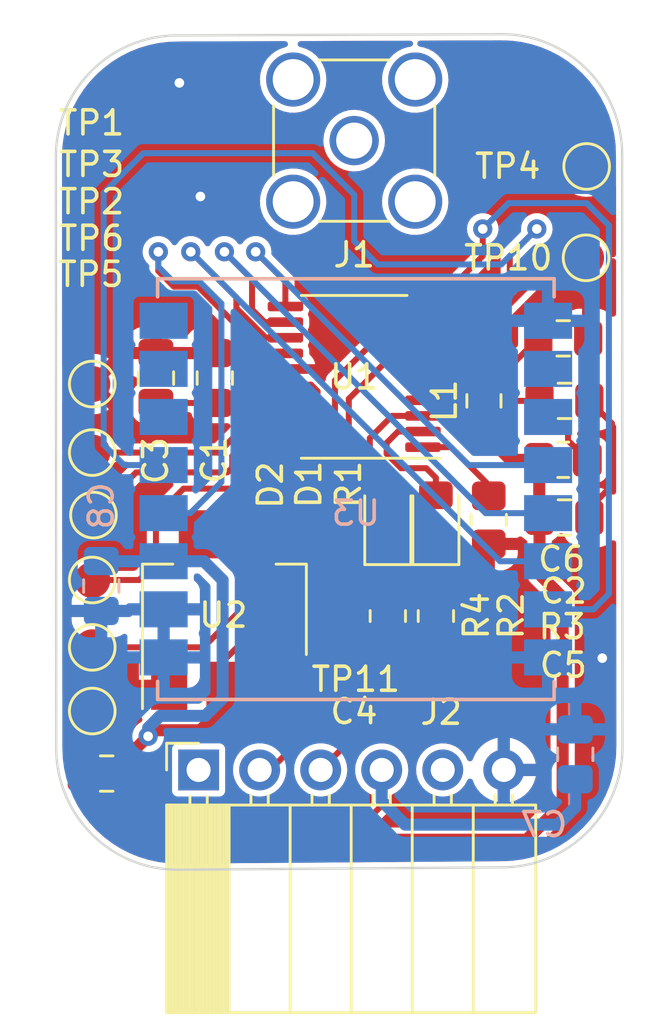
<source format=kicad_pcb>
(kicad_pcb (version 20211014) (generator pcbnew)
  (layers (0 "F.Cu" signal) (31 "B.Cu" signal) (34 "B.Paste" user) (35 "F.Paste" user) (36 "B.SilkS" user "B.Silkscreen") (37 "F.SilkS" user "F.Silkscreen") (38 "B.Mask" user) (39 "F.Mask" user) (44 "Edge.Cuts" user))
  (net 0 "")
  (net 1 "GND")
  (net 2 "5V")
  (net 3 "+3V3")
  (net 4 "Net-(D1-Pad1)")
  (net 5 "RESET")
  (net 6 "LED_RED")
  (net 7 "Net-(D2-Pad1)")
  (net 8 "LED_BLUE")
  (net 10 "BOOT0")
  (net 11 "A0")
  (net 13 "UART_TX")
  (net 14 "UART_RX")
  (net 15 "LORA_NCS")
  (net 16 "LORA_SCK")
  (net 17 "LORA_CIPO")
  (net 18 "LORA_COPI")
  (net 19 "LORA_RST")
  (net 20 "SWDIO")
  (net 21 "SWCLK")
  (net 22 "I2C_SCL")
  (net 23 "I2C_SDA")
  (net 29 "/VDDA")
  (net 30 "LORA_INT")
  (footprint "Capacitor_SMD:C_0805_2012Metric_Pad1.18x1.45mm_HandSolder" (layer "F.Cu") (at 95.95 36.95 90)
    (fp_text reference "C3" (at -3.436 -0.0142 90) (layer "F.SilkS"))
    (fp_text value "C104")
    (fp_line (start -0.261252 -0.735) (end 0.261252 -0.735) (layer "F.SilkS") (width 0.12))
    (fp_line (start -0.261252 0.735) (end 0.261252 0.735) (layer "F.SilkS") (width 0.12))
    (pad "1" smd roundrect (at -1.0375 0 90) (size 1.175 1.45) (layers "F.Cu" "F.Paste" "F.Mask") (roundrect_rratio 0.2127659574) (net 3 "+3V3"))
    (pad "2" smd roundrect (at 1.0375 0 90) (size 1.175 1.45) (layers "F.Cu" "F.Paste" "F.Mask") (roundrect_rratio 0.2127659574) (net 1 "GND"))
  )
  (footprint "Capacitor_SMD:C_0805_2012Metric_Pad1.18x1.45mm_HandSolder" (layer "F.Cu") (at 98.4 36.95 90)
    (fp_text reference "C1" (at -3.4106 -0.0258 90) (layer "F.SilkS"))
    (fp_text value "C104")
    (fp_line (start -0.261252 0.735) (end 0.261252 0.735) (layer "F.SilkS") (width 0.12))
    (fp_line (start -0.261252 -0.735) (end 0.261252 -0.735) (layer "F.SilkS") (width 0.12))
    (pad "1" smd roundrect (at -1.0375 0 90) (size 1.175 1.45) (layers "F.Cu" "F.Paste" "F.Mask") (roundrect_rratio 0.2127659574) (net 3 "+3V3"))
    (pad "2" smd roundrect (at 1.0375 0 90) (size 1.175 1.45) (layers "F.Cu" "F.Paste" "F.Mask") (roundrect_rratio 0.2127659574) (net 1 "GND"))
  )
  (footprint "Package_TO_SOT_SMD:SOT-223-3_TabPin2" (layer "F.Cu") (at 98.8 46.6 90)
    (fp_text reference "U2" (at -0.2122 -0.0448 180) (layer "F.SilkS"))
    (fp_text value "AMS1117-3.3")
    (fp_line (start -1.85 3.41) (end 1.91 3.41) (layer "F.SilkS") (width 0.12))
    (fp_line (start -4.1 -3.41) (end 1.91 -3.41) (layer "F.SilkS") (width 0.12))
    (fp_line (start 1.91 3.41) (end 1.91 2.15) (layer "F.SilkS") (width 0.12))
    (fp_line (start 1.91 -3.41) (end 1.91 -2.15) (layer "F.SilkS") (width 0.12))
    (pad "1" smd rect (at -3.15 -2.3 90) (size 2 1.5) (layers "F.Cu" "F.Paste" "F.Mask") (net 1 "GND"))
    (pad "2" smd rect (at 3.15 0 90) (size 2 3.8) (layers "F.Cu" "F.Paste" "F.Mask") (net 3 "+3V3"))
    (pad "2" smd rect (at -3.15 0 90) (size 2 1.5) (layers "F.Cu" "F.Paste" "F.Mask") (net 3 "+3V3"))
    (pad "3" smd rect (at -3.15 2.3 90) (size 2 1.5) (layers "F.Cu" "F.Paste" "F.Mask") (net 2 "5V"))
  )
  (footprint "Connector_PinSocket_2.54mm:PinSocket_1x06_P2.54mm_Horizontal" (layer "F.Cu") (at 97.725 53.25 90)
    (fp_text reference "J2" (at 2.3992 10.098 180) (layer "F.SilkS"))
    (fp_text value "Conn_UART")
    (fp_line (start -1.46 4.72) (end -1.05 4.72) (layer "F.SilkS") (width 0.12))
    (fp_line (start -10.09 -0.50143) (end -1.46 -0.50143) (layer "F.SilkS") (width 0.12))
    (fp_line (start -10.09 8.89) (end -1.46 8.89) (layer "F.SilkS") (width 0.12))
    (fp_line (start -10.09 11.43) (end -1.46 11.43) (layer "F.SilkS") (width 0.12))
    (fp_line (start -1.46 7.98) (end -1.05 7.98) (layer "F.SilkS") (width 0.12))
    (fp_line (start -10.09 0.91571) (end -1.46 0.91571) (layer "F.SilkS") (width 0.12))
    (fp_line (start -10.09 -0.147145) (end -1.46 -0.147145) (layer "F.SilkS") (width 0.12))
    (fp_line (start -10.09 0.797615) (end -1.46 0.797615) (layer "F.SilkS") (width 0.12))
    (fp_line (start -10.09 -1.33) (end -1.46 -1.33) (layer "F.SilkS") (width 0.12))
    (fp_line (start -1.46 2.18) (end -1.05 2.18) (layer "F.SilkS") (width 0.12))
    (fp_line (start -10.09 0.44333) (end -1.46 0.44333) (layer "F.SilkS") (width 0.12))
    (fp_line (start -10.09 0.67952) (end -1.46 0.67952) (layer "F.SilkS") (width 0.12))
    (fp_line (start -1.46 0.36) (end -1.11 0.36) (layer "F.SilkS") (width 0.12))
    (fp_line (start -10.09 3.81) (end -1.46 3.81) (layer "F.SilkS") (width 0.12))
    (fp_line (start -1.46 9.8) (end -1.05 9.8) (layer "F.SilkS") (width 0.12))
    (fp_line (start -10.09 -0.383335) (end -1.46 -0.383335) (layer "F.SilkS") (width 0.12))
    (fp_line (start -10.09 -0.02905) (end -1.46 -0.02905) (layer "F.SilkS") (width 0.12))
    (fp_line (start -1.46 13.06) (end -1.05 13.06) (layer "F.SilkS") (width 0.12))
    (fp_line (start -10.09 -1.33) (end -10.09 14.03) (layer "F.SilkS") (width 0.12))
    (fp_line (start -10.09 1.27) (end -1.46 1.27) (layer "F.SilkS") (width 0.12))
    (fp_line (start -10.09 1.033805) (end -1.46 1.033805) (layer "F.SilkS") (width 0.12))
    (fp_line (start -10.09 0.325235) (end -1.46 0.325235) (layer "F.SilkS") (width 0.12))
    (fp_line (start -1.46 10.52) (end -1.05 10.52) (layer "F.SilkS") (width 0.12))
    (fp_line (start 0 -1.33) (end 1.11 -1.33) (layer "F.SilkS") (width 0.12))
    (fp_line (start -10.09 1.1519) (end -1.46 1.1519) (layer "F.SilkS") (width 0.12))
    (fp_line (start -10.09 -0.97381) (end -1.46 -0.97381) (layer "F.SilkS") (width 0.12))
    (fp_line (start -1.46 -1.33) (end -1.46 14.03) (layer "F.SilkS") (width 0.12))
    (fp_line (start -1.46 2.9) (end -1.05 2.9) (layer "F.SilkS") (width 0.12))
    (fp_line (start -1.46 -0.36) (end -1.11 -0.36) (layer "F.SilkS") (width 0.12))
    (fp_line (start -1.46 12.34) (end -1.05 12.34) (layer "F.SilkS") (width 0.12))
    (fp_line (start -10.09 14.03) (end -1.46 14.03) (layer "F.SilkS") (width 0.12))
    (fp_line (start 1.11 -1.33) (end 1.11 0) (layer "F.SilkS") (width 0.12))
    (fp_line (start -10.09 0.561425) (end -1.46 0.561425) (layer "F.SilkS") (width 0.12))
    (fp_line (start -10.09 -0.855715) (end -1.46 -0.855715) (layer "F.SilkS") (width 0.12))
    (fp_line (start -1.46 5.44) (end -1.05 5.44) (layer "F.SilkS") (width 0.12))
    (fp_line (start -10.09 -0.26524) (end -1.46 -0.26524) (layer "F.SilkS") (width 0.12))
    (fp_line (start -10.09 0.089045) (end -1.46 0.089045) (layer "F.SilkS") (width 0.12))
    (fp_line (start -10.09 -1.091905) (end -1.46 -1.091905) (layer "F.SilkS") (width 0.12))
    (fp_line (start -10.09 6.35) (end -1.46 6.35) (layer "F.SilkS") (width 0.12))
    (fp_line (start -10.09 0.20714) (end -1.46 0.20714) (layer "F.SilkS") (width 0.12))
    (fp_line (start -10.09 -0.73762) (end -1.46 -0.73762) (layer "F.SilkS") (width 0.12))
    (fp_line (start -1.46 7.26) (end -1.05 7.26) (layer "F.SilkS") (width 0.12))
    (fp_line (start -10.09 -1.21) (end -1.46 -1.21) (layer "F.SilkS") (width 0.12))
    (fp_line (start -10.09 -0.619525) (end -1.46 -0.619525) (layer "F.SilkS") (width 0.12))
    (pad "1" thru_hole rect (at 0 0 90) (size 1.7 1.7) (drill 1) (layers *.Cu *.Mask))
    (pad "2" thru_hole oval (at 0 2.54 90) (size 1.7 1.7) (drill 1) (layers *.Cu *.Mask) (net 14 "UART_RX"))
    (pad "3" thru_hole oval (at 0 5.08 90) (size 1.7 1.7) (drill 1) (layers *.Cu *.Mask) (net 13 "UART_TX"))
    (pad "4" thru_hole oval (at 0 7.62 90) (size 1.7 1.7) (drill 1) (layers *.Cu *.Mask) (net 2 "5V"))
    (pad "5" thru_hole oval (at 0 10.16 90) (size 1.7 1.7) (drill 1) (layers *.Cu *.Mask))
    (pad "6" thru_hole oval (at 0 12.7 90) (size 1.7 1.7) (drill 1) (layers *.Cu *.Mask) (net 1 "GND"))
  )
  (footprint "Capacitor_SMD:C_0805_2012Metric_Pad1.18x1.45mm_HandSolder" (layer "F.Cu") (at 112.95 42.75)
    (fp_text reference "C5" (at -0.047 6.145) (layer "F.SilkS"))
    (fp_text value "2u2")
    (fp_line (start -0.261252 -0.735) (end 0.261252 -0.735) (layer "F.SilkS") (width 0.12))
    (fp_line (start -0.261252 0.735) (end 0.261252 0.735) (layer "F.SilkS") (width 0.12))
    (pad "1" smd roundrect (at -1.0375 0) (size 1.175 1.45) (layers "F.Cu" "F.Paste" "F.Mask") (roundrect_rratio 0.2127659574) (net 3 "+3V3"))
    (pad "2" smd roundrect (at 1.0375 0) (size 1.175 1.45) (layers "F.Cu" "F.Paste" "F.Mask") (roundrect_rratio 0.2127659574) (net 1 "GND"))
  )
  (footprint "TestPoint:TestPoint_Pad_D1.5mm" (layer "F.Cu") (at 93.35 42.65)
    (fp_text reference "TP2" (at -0.0812 -13.0336) (layer "F.SilkS"))
    (fp_text value "TP_SDA")
    (fp_circle (center 0 0) (end 0 0.95) (layer "F.SilkS") (width 0.12) (fill none))
    (pad "1" smd circle (at 0 0) (size 1.5 1.5) (layers "F.Cu" "F.Mask") (net 23 "I2C_SDA"))
  )
  (footprint "LED_SMD:LED_0805_2012Metric_Pad1.15x1.40mm_HandSolder" (layer "F.Cu") (at 107.6 42.85 90)
    (fp_text reference "D1" (at 1.4734 -5.2888 90) (layer "F.SilkS"))
    (fp_text value "LED_RED")
    (fp_line (start 1 -0.96) (end -1.86 -0.96) (layer "F.SilkS") (width 0.12))
    (fp_line (start -1.86 -0.96) (end -1.86 0.96) (layer "F.SilkS") (width 0.12))
    (fp_line (start -1.86 0.96) (end 1 0.96) (layer "F.SilkS") (width 0.12))
    (pad "1" smd roundrect (at -1.025 0 90) (size 1.15 1.4) (layers "F.Cu" "F.Paste" "F.Mask") (roundrect_rratio 0.2173913043) (net 4 "Net-(D1-Pad1)"))
    (pad "2" smd roundrect (at 1.025 0 90) (size 1.15 1.4) (layers "F.Cu" "F.Paste" "F.Mask") (roundrect_rratio 0.2173913043) (net 6 "LED_RED"))
  )
  (footprint "Capacitor_SMD:C_0805_2012Metric_Pad1.18x1.45mm_HandSolder" (layer "F.Cu") (at 112.95 37.9)
    (fp_text reference "C2" (at -0.042624 7.911826) (layer "F.SilkS"))
    (fp_text value "C104")
    (fp_line (start -0.261252 0.735) (end 0.261252 0.735) (layer "F.SilkS") (width 0.12))
    (fp_line (start -0.261252 -0.735) (end 0.261252 -0.735) (layer "F.SilkS") (width 0.12))
    (pad "1" smd roundrect (at -1.0375 0) (size 1.175 1.45) (layers "F.Cu" "F.Paste" "F.Mask") (roundrect_rratio 0.2127659574) (net 5 "RESET"))
    (pad "2" smd roundrect (at 1.0375 0) (size 1.175 1.45) (layers "F.Cu" "F.Paste" "F.Mask") (roundrect_rratio 0.2127659574) (net 1 "GND"))
  )
  (footprint "Capacitor_SMD:C_0805_2012Metric_Pad1.18x1.45mm_HandSolder" (layer "F.Cu") (at 112.9 35.3)
    (fp_text reference "C6" (at -0.065024 9.186074) (layer "F.SilkS"))
    (fp_text value "2u2")
    (fp_line (start -0.261252 -0.735) (end 0.261252 -0.735) (layer "F.SilkS") (width 0.12))
    (fp_line (start -0.261252 0.735) (end 0.261252 0.735) (layer "F.SilkS") (width 0.12))
    (pad "1" smd roundrect (at -1.0375 0) (size 1.175 1.45) (layers "F.Cu" "F.Paste" "F.Mask") (roundrect_rratio 0.2127659574) (net 29 "/VDDA"))
    (pad "2" smd roundrect (at 1.0375 0) (size 1.175 1.45) (layers "F.Cu" "F.Paste" "F.Mask") (roundrect_rratio 0.2127659574) (net 1 "GND"))
  )
  (footprint "Package_SO:TSSOP-20_4.4x6.5mm_P0.65mm" (layer "F.Cu") (at 104.2 36.9 180)
    (fp_text reference "U1" (at 0 -0.0062) (layer "F.SilkS"))
    (fp_text value "STM32F030F4Px")
    (fp_line (start 0 3.385) (end -2.2 3.385) (layer "F.SilkS") (width 0.12))
    (fp_line (start 0 -3.385) (end 2.2 -3.385) (layer "F.SilkS") (width 0.12))
    (fp_line (start 0 -3.385) (end -3.6 -3.385) (layer "F.SilkS") (width 0.12))
    (fp_line (start 0 3.385) (end 2.2 3.385) (layer "F.SilkS") (width 0.12))
    (pad "1" smd roundrect (at -2.8625 -2.925 180) (size 1.475 0.4) (layers "F.Cu" "F.Paste" "F.Mask") (net 10 "BOOT0"))
    (pad "2" smd roundrect (at -2.8625 -2.275 180) (size 1.475 0.4) (layers "F.Cu" "F.Paste" "F.Mask") (net 6 "LED_RED"))
    (pad "3" smd roundrect (at -2.8625 -1.625 180) (size 1.475 0.4) (layers "F.Cu" "F.Paste" "F.Mask") (net 8 "LED_BLUE"))
    (pad "4" smd roundrect (at -2.8625 -0.975 180) (size 1.475 0.4) (layers "F.Cu" "F.Paste" "F.Mask") (net 5 "RESET"))
    (pad "5" smd roundrect (at -2.8625 -0.325 180) (size 1.475 0.4) (layers "F.Cu" "F.Paste" "F.Mask") (net 29 "/VDDA"))
    (pad "6" smd roundrect (at -2.8625 0.325 180) (size 1.475 0.4) (layers "F.Cu" "F.Paste" "F.Mask") (net 11 "A0"))
    (pad "7" smd roundrect (at -2.8625 0.975 180) (size 1.475 0.4) (layers "F.Cu" "F.Paste" "F.Mask") (net 30 "LORA_INT"))
    (pad "8" smd roundrect (at -2.8625 1.625 180) (size 1.475 0.4) (layers "F.Cu" "F.Paste" "F.Mask") (net 13 "UART_TX"))
    (pad "9" smd roundrect (at -2.8625 2.275 180) (size 1.475 0.4) (layers "F.Cu" "F.Paste" "F.Mask") (net 14 "UART_RX"))
    (pad "10" smd roundrect (at -2.8625 2.925 180) (size 1.475 0.4) (layers "F.Cu" "F.Paste" "F.Mask") (net 15 "LORA_NCS"))
    (pad "11" smd roundrect (at 2.8625 2.925 180) (size 1.475 0.4) (layers "F.Cu" "F.Paste" "F.Mask") (net 16 "LORA_SCK"))
    (pad "12" smd roundrect (at 2.8625 2.275 180) (size 1.475 0.4) (layers "F.Cu" "F.Paste" "F.Mask") (net 17 "LORA_CIPO"))
    (pad "13" smd roundrect (at 2.8625 1.625 180) (size 1.475 0.4) (layers "F.Cu" "F.Paste" "F.Mask") (net 18 "LORA_COPI"))
    (pad "14" smd roundrect (at 2.8625 0.975 180) (size 1.475 0.4) (layers "F.Cu" "F.Paste" "F.Mask") (net 19 "LORA_RST"))
    (pad "15" smd roundrect (at 2.8625 0.325 180) (size 1.475 0.4) (layers "F.Cu" "F.Paste" "F.Mask") (net 1 "GND"))
    (pad "16" smd roundrect (at 2.8625 -0.325 180) (size 1.475 0.4) (layers "F.Cu" "F.Paste" "F.Mask") (net 3 "+3V3"))
    (pad "17" smd roundrect (at 2.8625 -0.975 180) (size 1.475 0.4) (layers "F.Cu" "F.Paste" "F.Mask") (net 22 "I2C_SCL"))
    (pad "18" smd roundrect (at 2.8625 -1.625 180) (size 1.475 0.4) (layers "F.Cu" "F.Paste" "F.Mask") (net 23 "I2C_SDA"))
    (pad "19" smd roundrect (at 2.8625 -2.275 180) (size 1.475 0.4) (layers "F.Cu" "F.Paste" "F.Mask") (net 20 "SWDIO"))
    (pad "20" smd roundrect (at 2.8625 -2.925 180) (size 1.475 0.4) (layers "F.Cu" "F.Paste" "F.Mask") (net 21 "SWCLK"))
  )
  (footprint "TestPoint:TestPoint_Pad_D1.5mm" (layer "F.Cu") (at 93.3 50.8)
    (fp_text reference "TP11" (at 10.967 -1.3208) (layer "F.SilkS"))
    (fp_text value "TestPoint")
    (fp_circle (center 0 0) (end 0 0.95) (layer "F.SilkS") (width 0.12) (fill none))
    (pad "1" smd circle (at 0 0) (size 1.5 1.5) (layers "F.Cu" "F.Mask") (net 1 "GND"))
  )
  (footprint "TestPoint:TestPoint_Pad_D1.5mm" (layer "F.Cu") (at 93.3 45.35)
    (fp_text reference "TP6" (at -0.0312 -14.2096) (layer "F.SilkS"))
    (fp_text value "TP_SWDIO")
    (fp_circle (center 0 0) (end 0 0.95) (layer "F.SilkS") (width 0.12) (fill none))
    (pad "1" smd circle (at 0 0) (size 1.5 1.5) (layers "F.Cu" "F.Mask") (net 20 "SWDIO"))
  )
  (footprint "Connector_Coaxial:SMA_Amphenol_901-144_Vertical" (layer "F.Cu") (at 104.2 27.075 180)
    (fp_text reference "J1" (at 0 -4.75) (layer "F.SilkS"))
    (fp_text value "Conn_SMA")
    (fp_line (start -1.45 -3.355) (end 1.45 -3.355) (layer "F.SilkS") (width 0.12))
    (fp_line (start -1.45 3.355) (end 1.45 3.355) (layer "F.SilkS") (width 0.12))
    (fp_line (start -3.355 -1.45) (end -3.355 1.45) (layer "F.SilkS") (width 0.12))
    (fp_line (start 3.355 -1.45) (end 3.355 1.45) (layer "F.SilkS") (width 0.12))
    (pad "1" thru_hole circle (at 0 0 180) (size 2.05 2.05) (drill 1.5) (layers *.Cu *.Mask))
    (pad "2" thru_hole circle (at -2.54 2.54 180) (size 2.25 2.25) (drill 1.7) (layers *.Cu *.Mask))
    (pad "2" thru_hole circle (at 2.54 -2.54 180) (size 2.25 2.25) (drill 1.7) (layers *.Cu *.Mask))
    (pad "2" thru_hole circle (at -2.54 -2.54 180) (size 2.25 2.25) (drill 1.7) (layers *.Cu *.Mask))
    (pad "2" thru_hole circle (at 2.54 2.54 180) (size 2.25 2.25) (drill 1.7) (layers *.Cu *.Mask))
  )
  (footprint "TestPoint:TestPoint_Pad_D1.5mm" (layer "F.Cu") (at 113.875 28.15)
    (fp_text reference "TP4" (at -3.2834 -0.0068) (layer "F.SilkS"))
    (fp_text value "TestPoint")
    (fp_circle (center 0 0) (end 0 0.95) (layer "F.SilkS") (width 0.12) (fill none))
    (pad "1" smd circle (at 0 0) (size 1.5 1.5) (layers "F.Cu" "F.Mask") (net 1 "GND"))
  )
  (footprint "TestPoint:TestPoint_Pad_D1.5mm" (layer "F.Cu") (at 93.3 37.2)
    (fp_text reference "TP1" (at -0.0312 -10.8602) (layer "F.SilkS"))
    (fp_text value "TestPoint")
    (fp_circle (center 0 0) (end 0 0.95) (layer "F.SilkS") (width 0.12) (fill none))
    (pad "1" smd circle (at 0 0) (size 1.5 1.5) (layers "F.Cu" "F.Mask") (net 1 "GND"))
  )
  (footprint "Resistor_SMD:R_0805_2012Metric_Pad1.20x1.40mm_HandSolder" (layer "F.Cu") (at 109.8 42.85 -90)
    (fp_text reference "R1" (at -1.4734 5.8378 90) (layer "F.SilkS"))
    (fp_text value "10k")
    (fp_line (start -0.227064 0.735) (end 0.227064 0.735) (layer "F.SilkS") (width 0.12))
    (fp_line (start -0.227064 -0.735) (end 0.227064 -0.735) (layer "F.SilkS") (width 0.12))
    (pad "1" smd roundrect (at -1 0 270) (size 1.2 1.4) (layers "F.Cu" "F.Paste" "F.Mask") (roundrect_rratio 0.2083333333) (net 10 "BOOT0"))
    (pad "2" smd roundrect (at 1 0 270) (size 1.2 1.4) (layers "F.Cu" "F.Paste" "F.Mask") (roundrect_rratio 0.2083333333) (net 1 "GND"))
  )
  (footprint "Resistor_SMD:R_0805_2012Metric_Pad1.20x1.40mm_HandSolder" (layer "F.Cu") (at 112.9 40.35)
    (fp_text reference "R3" (at -0.042624 6.942744) (layer "F.SilkS"))
    (fp_text value "10k")
    (fp_line (start -0.227064 0.735) (end 0.227064 0.735) (layer "F.SilkS") (width 0.12))
    (fp_line (start -0.227064 -0.735) (end 0.227064 -0.735) (layer "F.SilkS") (width 0.12))
    (pad "1" smd roundrect (at -1 0) (size 1.2 1.4) (layers "F.Cu" "F.Paste" "F.Mask") (roundrect_rratio 0.2083333333) (net 3 "+3V3"))
    (pad "2" smd roundrect (at 1 0) (size 1.2 1.4) (layers "F.Cu" "F.Paste" "F.Mask") (roundrect_rratio 0.2083333333) (net 5 "RESET"))
  )
  (footprint "Inductor_SMD:L_0805_2012Metric_Pad1.15x1.40mm_HandSolder" (layer "F.Cu") (at 109.6 37.9 90)
    (fp_text reference "L1" (at 0 -1.65 90) (layer "F.SilkS"))
    (fp_text value "L_Small")
    (fp_line (start -0.261252 0.71) (end 0.261252 0.71) (layer "F.SilkS") (width 0.12))
    (fp_line (start -0.261252 -0.71) (end 0.261252 -0.71) (layer "F.SilkS") (width 0.12))
    (pad "1" smd roundrect (at -1.025 0 90) (size 1.15 1.4) (layers "F.Cu" "F.Paste" "F.Mask") (roundrect_rratio 0.2173913043) (net 3 "+3V3"))
    (pad "2" smd roundrect (at 1.025 0 90) (size 1.15 1.4) (layers "F.Cu" "F.Paste" "F.Mask") (roundrect_rratio 0.2173913043) (net 29 "/VDDA"))
  )
  (footprint "Resistor_SMD:R_0805_2012Metric_Pad1.20x1.40mm_HandSolder" (layer "F.Cu") (at 105.6 46.85 -90)
    (fp_text reference "R4" (at -0.0124 -3.683537 90) (layer "F.SilkS"))
    (fp_text value "1K")
    (fp_line (start -0.227064 0.735) (end 0.227064 0.735) (layer "F.SilkS") (width 0.12))
    (fp_line (start -0.227064 -0.735) (end 0.227064 -0.735) (layer "F.SilkS") (width 0.12))
    (pad "1" smd roundrect (at -1 0 270) (size 1.2 1.4) (layers "F.Cu" "F.Paste" "F.Mask") (roundrect_rratio 0.2083333333) (net 7 "Net-(D2-Pad1)"))
    (pad "2" smd roundrect (at 1 0 270) (size 1.2 1.4) (layers "F.Cu" "F.Paste" "F.Mask") (roundrect_rratio 0.2083333333) (net 1 "GND"))
  )
  (footprint "LED_SMD:LED_0805_2012Metric_Pad1.15x1.40mm_HandSolder" (layer "F.Cu") (at 105.6 42.85 90)
    (fp_text reference "D2" (at 1.448 -4.889 90) (layer "F.SilkS"))
    (fp_text value "LED_BLUE")
    (fp_line (start -1.86 0.96) (end 1 0.96) (layer "F.SilkS") (width 0.12))
    (fp_line (start -1.86 -0.96) (end -1.86 0.96) (layer "F.SilkS") (width 0.12))
    (fp_line (start 1 -0.96) (end -1.86 -0.96) (layer "F.SilkS") (width 0.12))
    (pad "1" smd roundrect (at -1.025 0 90) (size 1.15 1.4) (layers "F.Cu" "F.Paste" "F.Mask") (roundrect_rratio 0.2173913043) (net 7 "Net-(D2-Pad1)"))
    (pad "2" smd roundrect (at 1.025 0 90) (size 1.15 1.4) (layers "F.Cu" "F.Paste" "F.Mask") (roundrect_rratio 0.2173913043) (net 8 "LED_BLUE"))
  )
  (footprint "TestPoint:TestPoint_Pad_D1.5mm" (layer "F.Cu") (at 93.3 48.15)
    (fp_text reference "TP5" (at -0.0566 -15.511) (layer "F.SilkS"))
    (fp_text value "TP_SWCLK")
    (fp_circle (center 0 0) (end 0 0.95) (layer "F.SilkS") (width 0.12) (fill none))
    (pad "1" smd circle (at 0 0) (size 1.5 1.5) (layers "F.Cu" "F.Mask") (net 21 "SWCLK"))
  )
  (footprint "TestPoint:TestPoint_Pad_D1.5mm" (layer "F.Cu") (at 113.85 31.95)
    (fp_text reference "TP10" (at -3.233 0.0032) (layer "F.SilkS"))
    (fp_text value "TestPoint")
    (fp_circle (center 0 0) (end 0 0.95) (layer "F.SilkS") (width 0.12) (fill none))
    (pad "1" smd circle (at 0 0) (size 1.5 1.5) (layers "F.Cu" "F.Mask") (net 11 "A0"))
  )
  (footprint "Resistor_SMD:R_0805_2012Metric_Pad1.20x1.40mm_HandSolder" (layer "F.Cu") (at 107.6 46.85 -90)
    (fp_text reference "R2" (at -0.0124 -3.131337 90) (layer "F.SilkS"))
    (fp_text value "1K")
    (fp_line (start -0.227064 0.735) (end 0.227064 0.735) (layer "F.SilkS") (width 0.12))
    (fp_line (start -0.227064 -0.735) (end 0.227064 -0.735) (layer "F.SilkS") (width 0.12))
    (pad "1" smd roundrect (at -1 0 270) (size 1.2 1.4) (layers "F.Cu" "F.Paste" "F.Mask") (roundrect_rratio 0.2083333333) (net 4 "Net-(D1-Pad1)"))
    (pad "2" smd roundrect (at 1 0 270) (size 1.2 1.4) (layers "F.Cu" "F.Paste" "F.Mask") (roundrect_rratio 0.2083333333) (net 1 "GND"))
  )
  (footprint "TestPoint:TestPoint_Pad_D1.5mm" (layer "F.Cu") (at 93.3 40.05)
    (fp_text reference "TP3" (at -0.0312 -11.983) (layer "F.SilkS"))
    (fp_text value "TP_SCL")
    (fp_circle (center 0 0) (end 0 0.95) (layer "F.SilkS") (width 0.12) (fill none))
    (pad "1" smd circle (at 0 0) (size 1.5 1.5) (layers "F.Cu" "F.Mask") (net 22 "I2C_SCL"))
  )
  (footprint "Capacitor_SMD:C_0805_2012Metric_Pad1.18x1.45mm_HandSolder" (layer "F.Cu") (at 93.9 53.4 180)
    (fp_text reference "C4" (at -10.2908 2.5746) (layer "F.SilkS"))
    (fp_text value "10u")
    (fp_line (start -0.261252 -0.735) (end 0.261252 -0.735) (layer "F.SilkS") (width 0.12))
    (fp_line (start -0.261252 0.735) (end 0.261252 0.735) (layer "F.SilkS") (width 0.12))
    (pad "1" smd roundrect (at -1.0375 0 180) (size 1.175 1.45) (layers "F.Cu" "F.Paste" "F.Mask") (roundrect_rratio 0.2127659574) (net 3 "+3V3"))
    (pad "2" smd roundrect (at 1.0375 0 180) (size 1.175 1.45) (layers "F.Cu" "F.Paste" "F.Mask") (roundrect_rratio 0.2127659574) (net 1 "GND"))
  )
  (footprint "Capacitor_SMD:C_0805_2012Metric_Pad1.18x1.45mm_HandSolder" (layer "B.Cu") (at 113.4 52.6 90)
    (fp_text reference "C7" (at -2.9244 -1.3098 180) (layer "B.SilkS") (effects (justify mirror)))
    (fp_text value "10u")
    (fp_line (start -0.261252 0.735) (end 0.261252 0.735) (layer "B.SilkS") (width 0.12))
    (fp_line (start -0.261252 -0.735) (end 0.261252 -0.735) (layer "B.SilkS") (width 0.12))
    (pad "1" smd roundrect (at -1.0375 0 90) (size 1.175 1.45) (layers "B.Cu" "B.Paste" "B.Mask") (roundrect_rratio 0.2127659574) (net 2 "5V"))
    (pad "2" smd roundrect (at 1.0375 0 90) (size 1.175 1.45) (layers "B.Cu" "B.Paste" "B.Mask") (roundrect_rratio 0.2127659574) (net 1 "GND"))
  )
  (footprint "Capacitor_SMD:C_0805_2012Metric_Pad1.18x1.45mm_HandSolder" (layer "B.Cu") (at 93.675 45.6 -90)
    (fp_text reference "C8" (at -3.3344 -0.0002 90) (layer "B.SilkS") (effects (justify mirror)))
    (fp_text value "10u")
    (fp_line (start -0.261252 0.735) (end 0.261252 0.735) (layer "B.SilkS") (width 0.12))
    (fp_line (start -0.261252 -0.735) (end 0.261252 -0.735) (layer "B.SilkS") (width 0.12))
    (pad "1" smd roundrect (at -1.0375 0 270) (size 1.175 1.45) (layers "B.Cu" "B.Paste" "B.Mask") (roundrect_rratio 0.2127659574) (net 3 "+3V3"))
    (pad "2" smd roundrect (at 1.0375 0 270) (size 1.175 1.45) (layers "B.Cu" "B.Paste" "B.Mask") (roundrect_rratio 0.2127659574) (net 1 "GND"))
  )
  (footprint "RF_Module:Ai-Thinker-Ra-01-LoRa" (layer "B.Cu") (at 104.27 41.57)
    (fp_text reference "U3" (at 0 1) (layer "B.SilkS") (effects (justify mirror)))
    (fp_text value "Ai-Thinker-Ra-02")
    (fp_line (start -8.25 8) (end -8.25 8.75) (layer "B.SilkS") (width 0.15))
    (fp_line (start -8.25 -8) (end -8.25 -8.75) (layer "B.SilkS") (width 0.15))
    (fp_line (start -8.25 8.75) (end 8.25 8.75) (layer "B.SilkS") (width 0.15))
    (fp_line (start 8.25 8.75) (end 8.25 8) (layer "B.SilkS") (width 0.15))
    (fp_line (start 8.25 -8.75) (end 8.25 -8) (layer "B.SilkS") (width 0.15))
    (fp_line (start -8.25 -8.75) (end 8.25 -8.75) (layer "B.SilkS") (width 0.15))
    (pad "1" smd rect (at -8 7) (size 2 1.5) (layers "B.Cu" "B.Paste" "B.Mask") (net 1 "GND"))
    (pad "2" smd rect (at -8 5) (size 2 1.5) (layers "B.Cu" "B.Paste" "B.Mask") (net 1 "GND"))
    (pad "3" smd rect (at -8 3) (size 2 1.5) (layers "B.Cu" "B.Paste" "B.Mask") (net 3 "+3V3"))
    (pad "4" smd rect (at -8 1) (size 2 1.5) (layers "B.Cu" "B.Paste" "B.Mask") (net 19 "LORA_RST"))
    (pad "5" smd rect (at -8 -1) (size 2 1.5) (layers "B.Cu" "B.Paste" "B.Mask") (net 30 "LORA_INT"))
    (pad "6" smd rect (at -8 -3) (size 2 1.5) (layers "B.Cu" "B.Paste" "B.Mask"))
    (pad "7" smd rect (at -8 -5) (size 2 1.5) (layers "B.Cu" "B.Paste" "B.Mask"))
    (pad "8" smd rect (at -8 -7) (size 2 1.5) (layers "B.Cu" "B.Paste" "B.Mask"))
    (pad "9" smd rect (at 8 -7) (size 2 1.5) (layers "B.Cu" "B.Paste" "B.Mask") (net 1 "GND"))
    (pad "10" smd rect (at 8 -5) (size 2 1.5) (layers "B.Cu" "B.Paste" "B.Mask"))
    (pad "11" smd rect (at 8 -3) (size 2 1.5) (layers "B.Cu" "B.Paste" "B.Mask"))
    (pad "12" smd rect (at 8 -1) (size 2 1.5) (layers "B.Cu" "B.Paste" "B.Mask") (net 16 "LORA_SCK"))
    (pad "13" smd rect (at 8 1) (size 2 1.5) (layers "B.Cu" "B.Paste" "B.Mask") (net 17 "LORA_CIPO"))
    (pad "14" smd rect (at 8 3) (size 2 1.5) (layers "B.Cu" "B.Paste" "B.Mask") (net 18 "LORA_COPI"))
    (pad "15" smd rect (at 8 5) (size 2 1.5) (layers "B.Cu" "B.Paste" "B.Mask") (net 15 "LORA_NCS"))
    (pad "16" smd rect (at 8 7) (size 2 1.5) (layers "B.Cu" "B.Paste" "B.Mask") (net 1 "GND"))
  )
  (gr_arc (start 110.35 22.65) (mid 113.885534 24.114466) (end 115.35 27.65) (layer "Edge.Cuts") (width 0.1))
  (gr_arc (start 115.364466 52.3) (mid 113.9 55.835534) (end 110.364466 57.3) (layer "Edge.Cuts") (width 0.1))
  (gr_line (start 110.364466 57.3) (end 96.900584 57.4) (layer "Edge.Cuts") (width 0.1))
  (gr_line (start 91.800584 52.35) (end 91.786118 27.7) (layer "Edge.Cuts") (width 0.1))
  (gr_arc (start 96.900584 57.4) (mid 93.297325 55.938687) (end 91.800584 52.35) (layer "Edge.Cuts") (width 0.1))
  (gr_arc (start 91.786118 27.7) (mid 93.300839 24.144238) (end 96.886118 22.7) (layer "Edge.Cuts") (width 0.1))
  (gr_line (start 115.35 27.65) (end 115.364466 52.3) (layer "Edge.Cuts") (width 0.1))
  (gr_line (start 96.886118 22.7) (end 110.35 22.65) (layer "Edge.Cuts") (width 0.1))
  (segment (start 92.8625 52.1625) (end 93.3 51.725) (width 0.25) (layer "F.Cu") (net 1))
  (segment (start 93.3 51.725) (end 93.3 50.8) (width 0.25) (layer "F.Cu") (net 1))
  (segment (start 114.925 41.425) (end 114.925 38.8375) (width 0.25) (layer "F.Cu") (net 1))
  (segment (start 101.3375 36.575) (end 99.9 36.575) (width 0.25) (layer "F.Cu") (net 1))
  (segment (start 113.9875 37.9) (end 113.9875 35.35) (width 0.25) (layer "F.Cu") (net 1))
  (segment (start 92.8625 53.4) (end 92.8625 52.1625) (width 0.25) (layer "F.Cu") (net 1))
  (segment (start 113.9875 42.75) (end 113.9875 42.3625) (width 0.25) (layer "F.Cu") (net 1))
  (segment (start 113.9875 35.35) (end 113.9375 35.3) (width 0.25) (layer "F.Cu") (net 1))
  (segment (start 99.9 36.575) (end 99.2375 35.9125) (width 0.25) (layer "F.Cu") (net 1))
  (segment (start 99.2375 35.9125) (end 98.4 35.9125) (width 0.25) (layer "F.Cu") (net 1))
  (segment (start 114.925 38.8375) (end 113.9875 37.9) (width 0.25) (layer "F.Cu") (net 1))
  (segment (start 113.9875 42.3625) (end 114.925 41.425) (width 0.25) (layer "F.Cu") (net 1))
  (via (at 97.8 29.4) (size 0.8) (drill 0.4) (layers "F.Cu" "B.Cu") (net 1))
  (via (at 96.925 24.675) (size 0.8) (drill 0.4) (layers "F.Cu" "B.Cu") (net 1))
  (via (at 114.525 48.6) (size 0.8) (drill 0.4) (layers "F.Cu" "B.Cu") (net 1))
  (segment (start 99.025 52.275) (end 99.025 54.4) (width 0.25) (layer "F.Cu") (net 2))
  (segment (start 99.775 55.15) (end 100.125 55.15) (width 0.25) (layer "F.Cu") (net 2))
  (segment (start 101.1 49.75) (end 101.1 50.2) (width 0.25) (layer "F.Cu") (net 2))
  (segment (start 99.025 54.4) (end 99.775 55.15) (width 0.25) (layer "F.Cu") (net 2))
  (segment (start 105.345 54.73) (end 105.225 54.85) (width 0.25) (layer "F.Cu") (net 2))
  (segment (start 101.1 50.2) (end 99.025 52.275) (width 0.25) (layer "F.Cu") (net 2))
  (segment (start 105.345 53.25) (end 105.345 54.73) (width 0.25) (layer "F.Cu") (net 2))
  (segment (start 105.225 54.85) (end 104.925 55.15) (width 0.25) (layer "F.Cu") (net 2))
  (segment (start 104.925 55.15) (end 100.125 55.15) (width 0.25) (layer "F.Cu") (net 2))
  (segment (start 105.345 54.545) (end 105.345 53.25) (width 0.5) (layer "B.Cu") (net 2))
  (segment (start 113.4 54.8) (end 112.675 55.525) (width 0.5) (layer "B.Cu") (net 2))
  (segment (start 113.4 53.6375) (end 113.4 54.8) (width 0.5) (layer "B.Cu") (net 2))
  (segment (start 106.325 55.525) (end 105.345 54.545) (width 0.5) (layer "B.Cu") (net 2))
  (segment (start 112.675 55.525) (end 106.325 55.525) (width 0.5) (layer "B.Cu") (net 2))
  (segment (start 95.95 37.9875) (end 98.4 37.9875) (width 0.25) (layer "F.Cu") (net 3))
  (segment (start 111.9125 45.1125) (end 111.9125 42.75) (width 0.5) (layer "F.Cu") (net 3))
  (segment (start 94.9375 52.5375) (end 94.9375 53.4) (width 0.5) (layer "F.Cu") (net 3))
  (segment (start 111.375 56.15) (end 112.875 54.65) (width 0.5) (layer "F.Cu") (net 3))
  (segment (start 94.9375 53.4) (end 94.9375 54.1375) (width 0.5) (layer "F.Cu") (net 3))
  (segment (start 97.8 51.6) (end 95.875 51.6) (width 0.5) (layer "F.Cu") (net 3))
  (segment (start 102.4 37.225) (end 102.675 37.5) (width 0.25) (layer "F.Cu") (net 3))
  (segment (start 102.675 37.5) (end 102.675 44.8) (width 0.25) (layer "F.Cu") (net 3))
  (segment (start 101.3375 37.225) (end 102.4 37.225) (width 0.25) (layer "F.Cu") (net 3))
  (segment (start 95.625 51.85) (end 94.9375 52.5375) (width 0.5) (layer "F.Cu") (net 3))
  (segment (start 98.8 48.675) (end 98.8 49.75) (width 0.25) (layer "F.Cu") (net 3))
  (segment (start 109.6 39.25) (end 110.7 40.35) (width 0.5) (layer "F.Cu") (net 3))
  (segment (start 110.7 40.35) (end 111.9 40.35) (width 0.5) (layer "F.Cu") (net 3))
  (segment (start 98.8 50.6) (end 97.8 51.6) (width 0.5) (layer "F.Cu") (net 3))
  (segment (start 96.95 56.15) (end 111.375 56.15) (width 0.5) (layer "F.Cu") (net 3))
  (segment (start 99.1875 37.9875) (end 98.4 37.9875) (width 0.25) (layer "F.Cu") (net 3))
  (segment (start 94.9375 54.1375) (end 96.95 56.15) (width 0.5) (layer "F.Cu") (net 3))
  (segment (start 102.675 44.8) (end 98.8 48.675) (width 0.25) (layer "F.Cu") (net 3))
  (segment (start 112.875 46.075) (end 111.9125 45.1125) (width 0.5) (layer "F.Cu") (net 3))
  (segment (start 95.875 51.6) (end 95.625 51.85) (width 0.5) (layer "F.Cu") (net 3))
  (segment (start 111.9 40.35) (end 111.9 42.7375) (width 0.5) (layer "F.Cu") (net 3))
  (segment (start 111.9 42.7375) (end 111.9125 42.75) (width 0.5) (layer "F.Cu") (net 3))
  (segment (start 99.95 37.225) (end 99.1875 37.9875) (width 0.25) (layer "F.Cu") (net 3))
  (segment (start 109.6 38.925) (end 109.6 39.25) (width 0.5) (layer "F.Cu") (net 3))
  (segment (start 101.3375 37.225) (end 99.95 37.225) (width 0.25) (layer "F.Cu") (net 3))
  (segment (start 98.8 49.75) (end 98.8 50.6) (width 0.5) (layer "F.Cu") (net 3))
  (segment (start 112.875 54.65) (end 112.875 46.075) (width 0.5) (layer "F.Cu") (net 3))
  (via (at 95.625 51.85) (size 0.8) (drill 0.4) (layers "F.Cu" "B.Cu") (net 3))
  (segment (start 96.27 44.57) (end 97.945 44.57) (width 0.5) (layer "B.Cu") (net 3))
  (segment (start 98.725 45.35) (end 98.725 50.275) (width 0.5) (layer "B.Cu") (net 3))
  (segment (start 96.125 51) (end 95.625 51.5) (width 0.5) (layer "B.Cu") (net 3))
  (segment (start 95.625 51.5) (end 95.625 51.85) (width 0.5) (layer "B.Cu") (net 3))
  (segment (start 93.675 44.5625) (end 93.6825 44.57) (width 0.25) (layer "B.Cu") (net 3))
  (segment (start 93.6825 44.57) (end 96.27 44.57) (width 0.5) (layer "B.Cu") (net 3))
  (segment (start 98 51) (end 96.125 51) (width 0.5) (layer "B.Cu") (net 3))
  (segment (start 97.945 44.57) (end 98.725 45.35) (width 0.5) (layer "B.Cu") (net 3))
  (segment (start 98.725 50.275) (end 98 51) (width 0.5) (layer "B.Cu") (net 3))
  (segment (start 107.6 43.875) (end 107.6 45.85) (width 0.25) (layer "F.Cu") (net 4))
  (segment (start 113.1 39.0875) (end 111.9125 37.9) (width 0.25) (layer "F.Cu") (net 5))
  (segment (start 113.9 40.35) (end 113.1 39.55) (width 0.25) (layer "F.Cu") (net 5))
  (segment (start 110.071072 37.9) (end 111.9125 37.9) (width 0.25) (layer "F.Cu") (net 5))
  (segment (start 110.046072 37.875) (end 110.071072 37.9) (width 0.25) (layer "F.Cu") (net 5))
  (segment (start 113.1 39.55) (end 113.1 39.0875) (width 0.25) (layer "F.Cu") (net 5))
  (segment (start 107.0625 37.875) (end 110.046072 37.875) (width 0.25) (layer "F.Cu") (net 5))
  (segment (start 107.6 41.1) (end 107.2 40.7) (width 0.25) (layer "F.Cu") (net 6))
  (segment (start 105.55 40.1) (end 105.55 39.65) (width 0.25) (layer "F.Cu") (net 6))
  (segment (start 106.025 39.175) (end 107.0625 39.175) (width 0.25) (layer "F.Cu") (net 6))
  (segment (start 106.15 40.7) (end 105.55 40.1) (width 0.25) (layer "F.Cu") (net 6))
  (segment (start 105.55 39.65) (end 106.025 39.175) (width 0.25) (layer "F.Cu") (net 6))
  (segment (start 107.6 41.825) (end 107.6 41.1) (width 0.25) (layer "F.Cu") (net 6))
  (segment (start 107.2 40.7) (end 106.15 40.7) (width 0.25) (layer "F.Cu") (net 6))
  (segment (start 105.6 43.875) (end 105.6 45.85) (width 0.25) (layer "F.Cu") (net 7))
  (segment (start 107.0625 38.525) (end 105.775 38.525) (width 0.25) (layer "F.Cu") (net 8))
  (segment (start 104.85 39.45) (end 104.85 40.4) (width 0.25) (layer "F.Cu") (net 8))
  (segment (start 105.55 41.05) (end 105.6 41.1) (width 0.25) (layer "F.Cu") (net 8))
  (segment (start 104.85 40.4) (end 105.5 41.05) (width 0.25) (layer "F.Cu") (net 8))
  (segment (start 105.775 38.525) (end 104.85 39.45) (width 0.25) (layer "F.Cu") (net 8))
  (segment (start 105.5 41.05) (end 105.55 41.05) (width 0.25) (layer "F.Cu") (net 8))
  (segment (start 105.6 41.1) (end 105.6 41.825) (width 0.25) (layer "F.Cu") (net 8))
  (segment (start 107.0625 39.825) (end 108.225 39.825) (width 0.25) (layer "F.Cu") (net 10))
  (segment (start 108.225 39.825) (end 109.8 41.4) (width 0.25) (layer "F.Cu") (net 10))
  (segment (start 109.8 41.4) (end 109.8 41.85) (width 0.25) (layer "F.Cu") (net 10))
  (segment (start 107.0625 36.575) (end 107.975 36.575) (width 0.25) (layer "F.Cu") (net 11))
  (segment (start 112.6 31.95) (end 113.85 31.95) (width 0.25) (layer "F.Cu") (net 11))
  (segment (start 107.975 36.575) (end 112.6 31.95) (width 0.25) (layer "F.Cu") (net 11))
  (segment (start 103.975 37.81606) (end 103.975 52.08) (width 0.25) (layer "F.Cu") (net 13))
  (segment (start 103.975 52.08) (end 102.805 53.25) (width 0.25) (layer "F.Cu") (net 13))
  (segment (start 106.51606 35.275) (end 103.975 37.81606) (width 0.25) (layer "F.Cu") (net 13))
  (segment (start 107.0625 35.275) (end 106.51606 35.275) (width 0.25) (layer "F.Cu") (net 13))
  (segment (start 107.0625 34.625) (end 105.825 34.625) (width 0.25) (layer "F.Cu") (net 14))
  (segment (start 100.7 53.25) (end 100.265 53.25) (width 0.25) (layer "F.Cu") (net 14))
  (segment (start 105.825 34.625) (end 103.4 37.05) (width 0.25) (layer "F.Cu") (net 14))
  (segment (start 103.4 37.05) (end 103.4 50.55) (width 0.25) (layer "F.Cu") (net 14))
  (segment (start 103.4 50.55) (end 100.7 53.25) (width 0.25) (layer "F.Cu") (net 14))
  (segment (start 109.55 31.875) (end 109.55 30.75) (width 0.25) (layer "F.Cu") (net 15))
  (segment (start 107.45 33.975) (end 109.55 31.875) (width 0.25) (layer "F.Cu") (net 15))
  (segment (start 107.0625 33.975) (end 107.45 33.975) (width 0.25) (layer "F.Cu") (net 15))
  (via (at 109.55 30.75) (size 0.8) (drill 0.4) (layers "F.Cu" "B.Cu") (net 15))
  (segment (start 114.8 30.6) (end 114.8 45.925) (width 0.25) (layer "B.Cu") (net 15))
  (segment (start 110.625 29.675) (end 113.875 29.675) (width 0.25) (layer "B.Cu") (net 15))
  (segment (start 109.55 30.75) (end 110.625 29.675) (width 0.25) (layer "B.Cu") (net 15))
  (segment (start 114.8 45.925) (end 114.155 46.57) (width 0.25) (layer "B.Cu") (net 15))
  (segment (start 113.875 29.675) (end 114.8 30.6) (width 0.25) (layer "B.Cu") (net 15))
  (segment (start 114.155 46.57) (end 112.27 46.57) (width 0.25) (layer "B.Cu") (net 15))
  (segment (start 101.3375 32.9375) (end 100.1 31.7) (width 0.25) (layer "F.Cu") (net 16))
  (segment (start 101.3375 33.975) (end 101.3375 32.9375) (width 0.25) (layer "F.Cu") (net 16))
  (via (at 100.1 31.7) (size 0.8) (drill 0.4) (layers "F.Cu" "B.Cu") (net 16))
  (segment (start 112.27 40.57) (end 108.97 40.57) (width 0.25) (layer "B.Cu") (net 16))
  (segment (start 108.97 40.57) (end 100.1 31.7) (width 0.25) (layer "B.Cu") (net 16))
  (segment (start 100.475 34.625) (end 99.95 34.1) (width 0.25) (layer "F.Cu") (net 17))
  (segment (start 99.95 32.85) (end 98.8 31.7) (width 0.25) (layer "F.Cu") (net 17))
  (segment (start 99.95 34.1) (end 99.95 32.85) (width 0.25) (layer "F.Cu") (net 17))
  (segment (start 101.3375 34.625) (end 100.475 34.625) (width 0.25) (layer "F.Cu") (net 17))
  (via (at 98.8 31.7) (size 0.8) (drill 0.4) (layers "F.Cu" "B.Cu") (net 17))
  (segment (start 98.8 31.7) (end 109.67 42.57) (width 0.25) (layer "B.Cu") (net 17))
  (segment (start 109.67 42.57) (end 112.27 42.57) (width 0.25) (layer "B.Cu") (net 17))
  (segment (start 99.3 33.6) (end 99.3 33.7) (width 0.25) (layer "F.Cu") (net 18))
  (segment (start 97.4 31.7) (end 99.3 33.6) (width 0.25) (layer "F.Cu") (net 18))
  (segment (start 99.3 34.05) (end 99.3 33.9) (width 0.25) (layer "F.Cu") (net 18))
  (segment (start 101.3375 35.275) (end 100.525 35.275) (width 0.25) (layer "F.Cu") (net 18))
  (segment (start 100.525 35.275) (end 99.3 34.05) (width 0.25) (layer "F.Cu") (net 18))
  (segment (start 99.3 33.9) (end 99.3 33.7) (width 0.25) (layer "F.Cu") (net 18))
  (via (at 97.4 31.7) (size 0.8) (drill 0.4) (layers "F.Cu" "B.Cu") (net 18))
  (segment (start 112.27 44.57) (end 110.27 44.57) (width 0.25) (layer "B.Cu") (net 18))
  (segment (start 110.27 44.57) (end 97.4 31.7) (width 0.25) (layer "B.Cu") (net 18))
  (segment (start 97.7 33.15) (end 96.7 33.15) (width 0.25) (layer "F.Cu") (net 19))
  (segment (start 96.05 32.5) (end 96.05 31.7) (width 0.25) (layer "F.Cu") (net 19))
  (segment (start 100.475 35.925) (end 97.7 33.15) (width 0.25) (layer "F.Cu") (net 19))
  (segment (start 96.7 33.15) (end 96.05 32.5) (width 0.25) (layer "F.Cu") (net 19))
  (segment (start 101.3375 35.925) (end 100.475 35.925) (width 0.25) (layer "F.Cu") (net 19))
  (via (at 96.05 31.7) (size 0.8) (drill 0.4) (layers "F.Cu" "B.Cu") (net 19))
  (segment (start 96.05 32.325) (end 96.65 32.925) (width 0.25) (layer "B.Cu") (net 19))
  (segment (start 98.675 41.275) (end 97.38 42.57) (width 0.25) (layer "B.Cu") (net 19))
  (segment (start 97.38 42.57) (end 96.27 42.57) (width 0.25) (layer "B.Cu") (net 19))
  (segment (start 98.675 33.85) (end 98.675 41.275) (width 0.25) (layer "B.Cu") (net 19))
  (segment (start 96.05 31.7) (end 96.05 32.325) (width 0.25) (layer "B.Cu") (net 19))
  (segment (start 96.65 32.925) (end 97.75 32.925) (width 0.25) (layer "B.Cu") (net 19))
  (segment (start 97.75 32.925) (end 98.675 33.85) (width 0.25) (layer "B.Cu") (net 19))
  (segment (start 99.4 41.55) (end 99.725 41.225) (width 0.25) (layer "F.Cu") (net 20))
  (segment (start 95.25 45.35) (end 95.95 44.65) (width 0.25) (layer "F.Cu") (net 20))
  (segment (start 95.95 42.7) (end 97.1 41.55) (width 0.25) (layer "F.Cu") (net 20))
  (segment (start 99.725 41.225) (end 99.725 40.24106) (width 0.25) (layer "F.Cu") (net 20))
  (segment (start 97.1 41.55) (end 99.4 41.55) (width 0.25) (layer "F.Cu") (net 20))
  (segment (start 95.95 44.65) (end 95.95 42.7) (width 0.25) (layer "F.Cu") (net 20))
  (segment (start 99.725 40.24106) (end 100.79106 39.175) (width 0.25) (layer "F.Cu") (net 20))
  (segment (start 100.79106 39.175) (end 101.3375 39.175) (width 0.25) (layer "F.Cu") (net 20))
  (segment (start 93.3 45.35) (end 95.25 45.35) (width 0.25) (layer "F.Cu") (net 20))
  (segment (start 97.925 48.15) (end 93.3 48.15) (width 0.25) (layer "F.Cu") (net 21))
  (segment (start 101.3375 39.825) (end 101.3375 44.7375) (width 0.25) (layer "F.Cu") (net 21))
  (segment (start 101.3375 44.7375) (end 97.925 48.15) (width 0.25) (layer "F.Cu") (net 21))
  (segment (start 100.725 37.875) (end 101.3375 37.875) (width 0.25) (layer "F.Cu") (net 22))
  (segment (start 93.3 40.05) (end 98.55 40.05) (width 0.25) (layer "F.Cu") (net 22))
  (segment (start 98.55 40.05) (end 100.725 37.875) (width 0.25) (layer "F.Cu") (net 22))
  (segment (start 99.125 40.675) (end 98.925 40.875) (width 0.25) (layer "F.Cu") (net 23))
  (segment (start 100.79106 38.525) (end 99.125 40.19106) (width 0.25) (layer "F.Cu") (net 23))
  (segment (start 95.125 40.875) (end 93.35 42.65) (width 0.25) (layer "F.Cu") (net 23))
  (segment (start 98.925 40.875) (end 95.125 40.875) (width 0.25) (layer "F.Cu") (net 23))
  (segment (start 101.3375 38.525) (end 100.79106 38.525) (width 0.25) (layer "F.Cu") (net 23))
  (segment (start 99.125 40.19106) (end 99.125 40.675) (width 0.25) (layer "F.Cu") (net 23))
  (segment (start 109.6 36.875) (end 110.2875 36.875) (width 0.25) (layer "F.Cu") (net 29))
  (segment (start 108.125 37.225) (end 108.475 36.875) (width 0.25) (layer "F.Cu") (net 29))
  (segment (start 110.2875 36.875) (end 111.8625 35.3) (width 0.25) (layer "F.Cu") (net 29))
  (segment (start 108.475 36.875) (end 109.6 36.875) (width 0.25) (layer "F.Cu") (net 29))
  (segment (start 107.0625 37.225) (end 108.125 37.225) (width 0.25) (layer "F.Cu") (net 29))
  (segment (start 110.675 33.175) (end 110.675 31.875) (width 0.25) (layer "F.Cu") (net 30))
  (segment (start 107.0625 35.925) (end 107.925 35.925) (width 0.25) (layer "F.Cu") (net 30))
  (segment (start 110.675 31.875) (end 111.8 30.75) (width 0.25) (layer "F.Cu") (net 30))
  (segment (start 107.925 35.925) (end 110.675 33.175) (width 0.25) (layer "F.Cu") (net 30))
  (via (at 111.8 30.75) (size 0.8) (drill 0.4) (layers "F.Cu" "B.Cu") (net 30))
  (segment (start 102.475 27.6) (end 95.425 27.6) (width 0.25) (layer "B.Cu") (net 30))
  (segment (start 104.2 29.325) (end 102.475 27.6) (width 0.25) (layer "B.Cu") (net 30))
  (segment (start 105.175 32.225) (end 104.2 31.25) (width 0.25) (layer "B.Cu") (net 30))
  (segment (start 93.775 29.25) (end 94.2875 28.7375) (width 0.25) (layer "B.Cu") (net 30))
  (segment (start 104.2 31.25) (end 104.2 29.325) (width 0.25) (layer "B.Cu") (net 30))
  (segment (start 110.325 32.225) (end 105.175 32.225) (width 0.25) (layer "B.Cu") (net 30))
  (segment (start 111.8 30.75) (end 110.325 32.225) (width 0.25) (layer "B.Cu") (net 30))
  (segment (start 96.27 40.57) (end 94.62 40.57) (width 0.25) (layer "B.Cu") (net 30))
  (segment (start 93.775 39.725) (end 93.775 29.25) (width 0.25) (layer "B.Cu") (net 30))
  (segment (start 95.425 27.6) (end 94.2875 28.7375) (width 0.25) (layer "B.Cu") (net 30))
  (segment (start 94.62 40.57) (end 93.775 39.725) (width 0.25) (layer "B.Cu") (net 30))
  (zone (net 1) (net_name "GND") (layers F&B.Cu) (connect_pads (clearance 0.254)) (min_thickness 0.254) (fill yes (thermal_gap 0.508) (thermal_bridge_width 0.508))
    (polygon (pts (xy 115.375 57.275) (xy 91.75 57.275) (xy 91.75 22.675) (xy 115.375 22.675)))
  )
)
</source>
